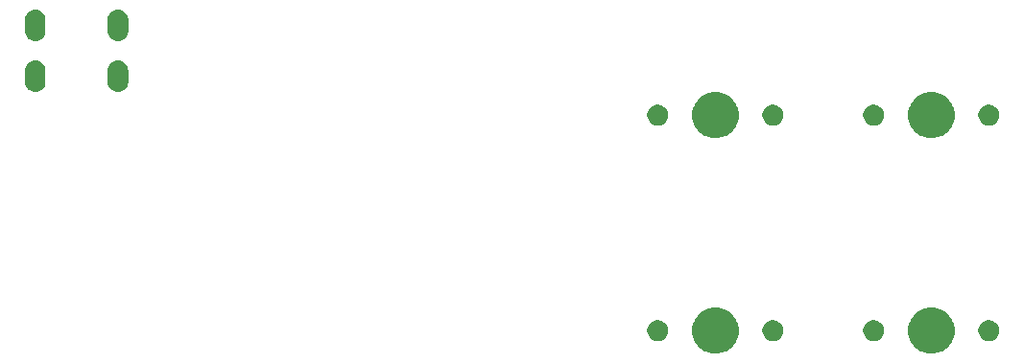
<source format=gbr>
G04 #@! TF.GenerationSoftware,KiCad,Pcbnew,(5.1.4-0-10_14)*
G04 #@! TF.CreationDate,2020-08-22T16:13:25+02:00*
G04 #@! TF.ProjectId,keyboard-pcb-tutorial,6b657962-6f61-4726-942d-7063622d7475,rev?*
G04 #@! TF.SameCoordinates,Original*
G04 #@! TF.FileFunction,Soldermask,Top*
G04 #@! TF.FilePolarity,Negative*
%FSLAX46Y46*%
G04 Gerber Fmt 4.6, Leading zero omitted, Abs format (unit mm)*
G04 Created by KiCad (PCBNEW (5.1.4-0-10_14)) date 2020-08-22 16:13:25*
%MOMM*%
%LPD*%
G04 APERTURE LIST*
%ADD10C,0.100000*%
G04 APERTURE END LIST*
D10*
G36*
X219671474Y-153608684D02*
G01*
X219889474Y-153698983D01*
X220043623Y-153762833D01*
X220378548Y-153986623D01*
X220663377Y-154271452D01*
X220887167Y-154606377D01*
X220919562Y-154684586D01*
X221041316Y-154978526D01*
X221119900Y-155373594D01*
X221119900Y-155776406D01*
X221041316Y-156171474D01*
X220990451Y-156294272D01*
X220887167Y-156543623D01*
X220663377Y-156878548D01*
X220378548Y-157163377D01*
X220043623Y-157387167D01*
X219889474Y-157451017D01*
X219671474Y-157541316D01*
X219276406Y-157619900D01*
X218873594Y-157619900D01*
X218478526Y-157541316D01*
X218260526Y-157451017D01*
X218106377Y-157387167D01*
X217771452Y-157163377D01*
X217486623Y-156878548D01*
X217262833Y-156543623D01*
X217159549Y-156294272D01*
X217108684Y-156171474D01*
X217030100Y-155776406D01*
X217030100Y-155373594D01*
X217108684Y-154978526D01*
X217230438Y-154684586D01*
X217262833Y-154606377D01*
X217486623Y-154271452D01*
X217771452Y-153986623D01*
X218106377Y-153762833D01*
X218260526Y-153698983D01*
X218478526Y-153608684D01*
X218873594Y-153530100D01*
X219276406Y-153530100D01*
X219671474Y-153608684D01*
X219671474Y-153608684D01*
G37*
G36*
X200621474Y-153608684D02*
G01*
X200839474Y-153698983D01*
X200993623Y-153762833D01*
X201328548Y-153986623D01*
X201613377Y-154271452D01*
X201837167Y-154606377D01*
X201869562Y-154684586D01*
X201991316Y-154978526D01*
X202069900Y-155373594D01*
X202069900Y-155776406D01*
X201991316Y-156171474D01*
X201940451Y-156294272D01*
X201837167Y-156543623D01*
X201613377Y-156878548D01*
X201328548Y-157163377D01*
X200993623Y-157387167D01*
X200839474Y-157451017D01*
X200621474Y-157541316D01*
X200226406Y-157619900D01*
X199823594Y-157619900D01*
X199428526Y-157541316D01*
X199210526Y-157451017D01*
X199056377Y-157387167D01*
X198721452Y-157163377D01*
X198436623Y-156878548D01*
X198212833Y-156543623D01*
X198109549Y-156294272D01*
X198058684Y-156171474D01*
X197980100Y-155776406D01*
X197980100Y-155373594D01*
X198058684Y-154978526D01*
X198180438Y-154684586D01*
X198212833Y-154606377D01*
X198436623Y-154271452D01*
X198721452Y-153986623D01*
X199056377Y-153762833D01*
X199210526Y-153698983D01*
X199428526Y-153608684D01*
X199823594Y-153530100D01*
X200226406Y-153530100D01*
X200621474Y-153608684D01*
X200621474Y-153608684D01*
G37*
G36*
X205375104Y-154684585D02*
G01*
X205543626Y-154754389D01*
X205695291Y-154855728D01*
X205824272Y-154984709D01*
X205925611Y-155136374D01*
X205995415Y-155304896D01*
X206031000Y-155483797D01*
X206031000Y-155666203D01*
X205995415Y-155845104D01*
X205925611Y-156013626D01*
X205824272Y-156165291D01*
X205695291Y-156294272D01*
X205543626Y-156395611D01*
X205375104Y-156465415D01*
X205196203Y-156501000D01*
X205013797Y-156501000D01*
X204834896Y-156465415D01*
X204666374Y-156395611D01*
X204514709Y-156294272D01*
X204385728Y-156165291D01*
X204284389Y-156013626D01*
X204214585Y-155845104D01*
X204179000Y-155666203D01*
X204179000Y-155483797D01*
X204214585Y-155304896D01*
X204284389Y-155136374D01*
X204385728Y-154984709D01*
X204514709Y-154855728D01*
X204666374Y-154754389D01*
X204834896Y-154684585D01*
X205013797Y-154649000D01*
X205196203Y-154649000D01*
X205375104Y-154684585D01*
X205375104Y-154684585D01*
G37*
G36*
X195215104Y-154684585D02*
G01*
X195383626Y-154754389D01*
X195535291Y-154855728D01*
X195664272Y-154984709D01*
X195765611Y-155136374D01*
X195835415Y-155304896D01*
X195871000Y-155483797D01*
X195871000Y-155666203D01*
X195835415Y-155845104D01*
X195765611Y-156013626D01*
X195664272Y-156165291D01*
X195535291Y-156294272D01*
X195383626Y-156395611D01*
X195215104Y-156465415D01*
X195036203Y-156501000D01*
X194853797Y-156501000D01*
X194674896Y-156465415D01*
X194506374Y-156395611D01*
X194354709Y-156294272D01*
X194225728Y-156165291D01*
X194124389Y-156013626D01*
X194054585Y-155845104D01*
X194019000Y-155666203D01*
X194019000Y-155483797D01*
X194054585Y-155304896D01*
X194124389Y-155136374D01*
X194225728Y-154984709D01*
X194354709Y-154855728D01*
X194506374Y-154754389D01*
X194674896Y-154684585D01*
X194853797Y-154649000D01*
X195036203Y-154649000D01*
X195215104Y-154684585D01*
X195215104Y-154684585D01*
G37*
G36*
X214265104Y-154684585D02*
G01*
X214433626Y-154754389D01*
X214585291Y-154855728D01*
X214714272Y-154984709D01*
X214815611Y-155136374D01*
X214885415Y-155304896D01*
X214921000Y-155483797D01*
X214921000Y-155666203D01*
X214885415Y-155845104D01*
X214815611Y-156013626D01*
X214714272Y-156165291D01*
X214585291Y-156294272D01*
X214433626Y-156395611D01*
X214265104Y-156465415D01*
X214086203Y-156501000D01*
X213903797Y-156501000D01*
X213724896Y-156465415D01*
X213556374Y-156395611D01*
X213404709Y-156294272D01*
X213275728Y-156165291D01*
X213174389Y-156013626D01*
X213104585Y-155845104D01*
X213069000Y-155666203D01*
X213069000Y-155483797D01*
X213104585Y-155304896D01*
X213174389Y-155136374D01*
X213275728Y-154984709D01*
X213404709Y-154855728D01*
X213556374Y-154754389D01*
X213724896Y-154684585D01*
X213903797Y-154649000D01*
X214086203Y-154649000D01*
X214265104Y-154684585D01*
X214265104Y-154684585D01*
G37*
G36*
X224425104Y-154684585D02*
G01*
X224593626Y-154754389D01*
X224745291Y-154855728D01*
X224874272Y-154984709D01*
X224975611Y-155136374D01*
X225045415Y-155304896D01*
X225081000Y-155483797D01*
X225081000Y-155666203D01*
X225045415Y-155845104D01*
X224975611Y-156013626D01*
X224874272Y-156165291D01*
X224745291Y-156294272D01*
X224593626Y-156395611D01*
X224425104Y-156465415D01*
X224246203Y-156501000D01*
X224063797Y-156501000D01*
X223884896Y-156465415D01*
X223716374Y-156395611D01*
X223564709Y-156294272D01*
X223435728Y-156165291D01*
X223334389Y-156013626D01*
X223264585Y-155845104D01*
X223229000Y-155666203D01*
X223229000Y-155483797D01*
X223264585Y-155304896D01*
X223334389Y-155136374D01*
X223435728Y-154984709D01*
X223564709Y-154855728D01*
X223716374Y-154754389D01*
X223884896Y-154684585D01*
X224063797Y-154649000D01*
X224246203Y-154649000D01*
X224425104Y-154684585D01*
X224425104Y-154684585D01*
G37*
G36*
X219671474Y-134558684D02*
G01*
X219889474Y-134648983D01*
X220043623Y-134712833D01*
X220378548Y-134936623D01*
X220663377Y-135221452D01*
X220887167Y-135556377D01*
X220919562Y-135634586D01*
X221041316Y-135928526D01*
X221119900Y-136323594D01*
X221119900Y-136726406D01*
X221041316Y-137121474D01*
X220990451Y-137244272D01*
X220887167Y-137493623D01*
X220663377Y-137828548D01*
X220378548Y-138113377D01*
X220043623Y-138337167D01*
X219889474Y-138401017D01*
X219671474Y-138491316D01*
X219276406Y-138569900D01*
X218873594Y-138569900D01*
X218478526Y-138491316D01*
X218260526Y-138401017D01*
X218106377Y-138337167D01*
X217771452Y-138113377D01*
X217486623Y-137828548D01*
X217262833Y-137493623D01*
X217159549Y-137244272D01*
X217108684Y-137121474D01*
X217030100Y-136726406D01*
X217030100Y-136323594D01*
X217108684Y-135928526D01*
X217230438Y-135634586D01*
X217262833Y-135556377D01*
X217486623Y-135221452D01*
X217771452Y-134936623D01*
X218106377Y-134712833D01*
X218260526Y-134648983D01*
X218478526Y-134558684D01*
X218873594Y-134480100D01*
X219276406Y-134480100D01*
X219671474Y-134558684D01*
X219671474Y-134558684D01*
G37*
G36*
X200621474Y-134558684D02*
G01*
X200839474Y-134648983D01*
X200993623Y-134712833D01*
X201328548Y-134936623D01*
X201613377Y-135221452D01*
X201837167Y-135556377D01*
X201869562Y-135634586D01*
X201991316Y-135928526D01*
X202069900Y-136323594D01*
X202069900Y-136726406D01*
X201991316Y-137121474D01*
X201940451Y-137244272D01*
X201837167Y-137493623D01*
X201613377Y-137828548D01*
X201328548Y-138113377D01*
X200993623Y-138337167D01*
X200839474Y-138401017D01*
X200621474Y-138491316D01*
X200226406Y-138569900D01*
X199823594Y-138569900D01*
X199428526Y-138491316D01*
X199210526Y-138401017D01*
X199056377Y-138337167D01*
X198721452Y-138113377D01*
X198436623Y-137828548D01*
X198212833Y-137493623D01*
X198109549Y-137244272D01*
X198058684Y-137121474D01*
X197980100Y-136726406D01*
X197980100Y-136323594D01*
X198058684Y-135928526D01*
X198180438Y-135634586D01*
X198212833Y-135556377D01*
X198436623Y-135221452D01*
X198721452Y-134936623D01*
X199056377Y-134712833D01*
X199210526Y-134648983D01*
X199428526Y-134558684D01*
X199823594Y-134480100D01*
X200226406Y-134480100D01*
X200621474Y-134558684D01*
X200621474Y-134558684D01*
G37*
G36*
X224425104Y-135634585D02*
G01*
X224593626Y-135704389D01*
X224745291Y-135805728D01*
X224874272Y-135934709D01*
X224975611Y-136086374D01*
X225045415Y-136254896D01*
X225081000Y-136433797D01*
X225081000Y-136616203D01*
X225045415Y-136795104D01*
X224975611Y-136963626D01*
X224874272Y-137115291D01*
X224745291Y-137244272D01*
X224593626Y-137345611D01*
X224425104Y-137415415D01*
X224246203Y-137451000D01*
X224063797Y-137451000D01*
X223884896Y-137415415D01*
X223716374Y-137345611D01*
X223564709Y-137244272D01*
X223435728Y-137115291D01*
X223334389Y-136963626D01*
X223264585Y-136795104D01*
X223229000Y-136616203D01*
X223229000Y-136433797D01*
X223264585Y-136254896D01*
X223334389Y-136086374D01*
X223435728Y-135934709D01*
X223564709Y-135805728D01*
X223716374Y-135704389D01*
X223884896Y-135634585D01*
X224063797Y-135599000D01*
X224246203Y-135599000D01*
X224425104Y-135634585D01*
X224425104Y-135634585D01*
G37*
G36*
X214265104Y-135634585D02*
G01*
X214433626Y-135704389D01*
X214585291Y-135805728D01*
X214714272Y-135934709D01*
X214815611Y-136086374D01*
X214885415Y-136254896D01*
X214921000Y-136433797D01*
X214921000Y-136616203D01*
X214885415Y-136795104D01*
X214815611Y-136963626D01*
X214714272Y-137115291D01*
X214585291Y-137244272D01*
X214433626Y-137345611D01*
X214265104Y-137415415D01*
X214086203Y-137451000D01*
X213903797Y-137451000D01*
X213724896Y-137415415D01*
X213556374Y-137345611D01*
X213404709Y-137244272D01*
X213275728Y-137115291D01*
X213174389Y-136963626D01*
X213104585Y-136795104D01*
X213069000Y-136616203D01*
X213069000Y-136433797D01*
X213104585Y-136254896D01*
X213174389Y-136086374D01*
X213275728Y-135934709D01*
X213404709Y-135805728D01*
X213556374Y-135704389D01*
X213724896Y-135634585D01*
X213903797Y-135599000D01*
X214086203Y-135599000D01*
X214265104Y-135634585D01*
X214265104Y-135634585D01*
G37*
G36*
X205375104Y-135634585D02*
G01*
X205543626Y-135704389D01*
X205695291Y-135805728D01*
X205824272Y-135934709D01*
X205925611Y-136086374D01*
X205995415Y-136254896D01*
X206031000Y-136433797D01*
X206031000Y-136616203D01*
X205995415Y-136795104D01*
X205925611Y-136963626D01*
X205824272Y-137115291D01*
X205695291Y-137244272D01*
X205543626Y-137345611D01*
X205375104Y-137415415D01*
X205196203Y-137451000D01*
X205013797Y-137451000D01*
X204834896Y-137415415D01*
X204666374Y-137345611D01*
X204514709Y-137244272D01*
X204385728Y-137115291D01*
X204284389Y-136963626D01*
X204214585Y-136795104D01*
X204179000Y-136616203D01*
X204179000Y-136433797D01*
X204214585Y-136254896D01*
X204284389Y-136086374D01*
X204385728Y-135934709D01*
X204514709Y-135805728D01*
X204666374Y-135704389D01*
X204834896Y-135634585D01*
X205013797Y-135599000D01*
X205196203Y-135599000D01*
X205375104Y-135634585D01*
X205375104Y-135634585D01*
G37*
G36*
X195215104Y-135634585D02*
G01*
X195383626Y-135704389D01*
X195535291Y-135805728D01*
X195664272Y-135934709D01*
X195765611Y-136086374D01*
X195835415Y-136254896D01*
X195871000Y-136433797D01*
X195871000Y-136616203D01*
X195835415Y-136795104D01*
X195765611Y-136963626D01*
X195664272Y-137115291D01*
X195535291Y-137244272D01*
X195383626Y-137345611D01*
X195215104Y-137415415D01*
X195036203Y-137451000D01*
X194853797Y-137451000D01*
X194674896Y-137415415D01*
X194506374Y-137345611D01*
X194354709Y-137244272D01*
X194225728Y-137115291D01*
X194124389Y-136963626D01*
X194054585Y-136795104D01*
X194019000Y-136616203D01*
X194019000Y-136433797D01*
X194054585Y-136254896D01*
X194124389Y-136086374D01*
X194225728Y-135934709D01*
X194354709Y-135805728D01*
X194506374Y-135704389D01*
X194674896Y-135634585D01*
X194853797Y-135599000D01*
X195036203Y-135599000D01*
X195215104Y-135634585D01*
X195215104Y-135634585D01*
G37*
G36*
X140195377Y-131699537D02*
G01*
X140365216Y-131751057D01*
X140521741Y-131834722D01*
X140557479Y-131864052D01*
X140658936Y-131947314D01*
X140742198Y-132048771D01*
X140771528Y-132084509D01*
X140855193Y-132241034D01*
X140906713Y-132410873D01*
X140919750Y-132543242D01*
X140919750Y-133631758D01*
X140906713Y-133764127D01*
X140855193Y-133933966D01*
X140771528Y-134090491D01*
X140742198Y-134126229D01*
X140658936Y-134227686D01*
X140521739Y-134340279D01*
X140365217Y-134423942D01*
X140365215Y-134423943D01*
X140195376Y-134475463D01*
X140018750Y-134492859D01*
X139842123Y-134475463D01*
X139672284Y-134423943D01*
X139515759Y-134340278D01*
X139480021Y-134310948D01*
X139378564Y-134227686D01*
X139265971Y-134090489D01*
X139182308Y-133933967D01*
X139182307Y-133933965D01*
X139130787Y-133764126D01*
X139117750Y-133631757D01*
X139117751Y-132543242D01*
X139130788Y-132410873D01*
X139182308Y-132241034D01*
X139265973Y-132084509D01*
X139295303Y-132048771D01*
X139378565Y-131947314D01*
X139480022Y-131864052D01*
X139515760Y-131834722D01*
X139672285Y-131751057D01*
X139842124Y-131699537D01*
X140018750Y-131682141D01*
X140195377Y-131699537D01*
X140195377Y-131699537D01*
G37*
G36*
X147495377Y-131699537D02*
G01*
X147665216Y-131751057D01*
X147821741Y-131834722D01*
X147857479Y-131864052D01*
X147958936Y-131947314D01*
X148042198Y-132048771D01*
X148071528Y-132084509D01*
X148155193Y-132241034D01*
X148206713Y-132410873D01*
X148219750Y-132543242D01*
X148219750Y-133631758D01*
X148206713Y-133764127D01*
X148155193Y-133933966D01*
X148071528Y-134090491D01*
X148042198Y-134126229D01*
X147958936Y-134227686D01*
X147821739Y-134340279D01*
X147665217Y-134423942D01*
X147665215Y-134423943D01*
X147495376Y-134475463D01*
X147318750Y-134492859D01*
X147142123Y-134475463D01*
X146972284Y-134423943D01*
X146815759Y-134340278D01*
X146780021Y-134310948D01*
X146678564Y-134227686D01*
X146565971Y-134090489D01*
X146482308Y-133933967D01*
X146482307Y-133933965D01*
X146430787Y-133764126D01*
X146417750Y-133631757D01*
X146417751Y-132543242D01*
X146430788Y-132410873D01*
X146482308Y-132241034D01*
X146565973Y-132084509D01*
X146595303Y-132048771D01*
X146678565Y-131947314D01*
X146780022Y-131864052D01*
X146815760Y-131834722D01*
X146972285Y-131751057D01*
X147142124Y-131699537D01*
X147318750Y-131682141D01*
X147495377Y-131699537D01*
X147495377Y-131699537D01*
G37*
G36*
X140195377Y-127199537D02*
G01*
X140365216Y-127251057D01*
X140521741Y-127334722D01*
X140557479Y-127364052D01*
X140658936Y-127447314D01*
X140742198Y-127548771D01*
X140771528Y-127584509D01*
X140855193Y-127741034D01*
X140906713Y-127910873D01*
X140919750Y-128043242D01*
X140919750Y-129131758D01*
X140906713Y-129264127D01*
X140855193Y-129433966D01*
X140771528Y-129590491D01*
X140742198Y-129626229D01*
X140658936Y-129727686D01*
X140521739Y-129840279D01*
X140365217Y-129923942D01*
X140365215Y-129923943D01*
X140195376Y-129975463D01*
X140018750Y-129992859D01*
X139842123Y-129975463D01*
X139672284Y-129923943D01*
X139515759Y-129840278D01*
X139480021Y-129810948D01*
X139378564Y-129727686D01*
X139265971Y-129590489D01*
X139182308Y-129433967D01*
X139182307Y-129433965D01*
X139130787Y-129264126D01*
X139117750Y-129131757D01*
X139117751Y-128043242D01*
X139130788Y-127910873D01*
X139182308Y-127741034D01*
X139265973Y-127584509D01*
X139295303Y-127548771D01*
X139378565Y-127447314D01*
X139480022Y-127364052D01*
X139515760Y-127334722D01*
X139672285Y-127251057D01*
X139842124Y-127199537D01*
X140018750Y-127182141D01*
X140195377Y-127199537D01*
X140195377Y-127199537D01*
G37*
G36*
X147495377Y-127199537D02*
G01*
X147665216Y-127251057D01*
X147821741Y-127334722D01*
X147857479Y-127364052D01*
X147958936Y-127447314D01*
X148042198Y-127548771D01*
X148071528Y-127584509D01*
X148155193Y-127741034D01*
X148206713Y-127910873D01*
X148219750Y-128043242D01*
X148219750Y-129131758D01*
X148206713Y-129264127D01*
X148155193Y-129433966D01*
X148071528Y-129590491D01*
X148042198Y-129626229D01*
X147958936Y-129727686D01*
X147821739Y-129840279D01*
X147665217Y-129923942D01*
X147665215Y-129923943D01*
X147495376Y-129975463D01*
X147318750Y-129992859D01*
X147142123Y-129975463D01*
X146972284Y-129923943D01*
X146815759Y-129840278D01*
X146780021Y-129810948D01*
X146678564Y-129727686D01*
X146565971Y-129590489D01*
X146482308Y-129433967D01*
X146482307Y-129433965D01*
X146430787Y-129264126D01*
X146417750Y-129131757D01*
X146417751Y-128043242D01*
X146430788Y-127910873D01*
X146482308Y-127741034D01*
X146565973Y-127584509D01*
X146595303Y-127548771D01*
X146678565Y-127447314D01*
X146780022Y-127364052D01*
X146815760Y-127334722D01*
X146972285Y-127251057D01*
X147142124Y-127199537D01*
X147318750Y-127182141D01*
X147495377Y-127199537D01*
X147495377Y-127199537D01*
G37*
M02*

</source>
